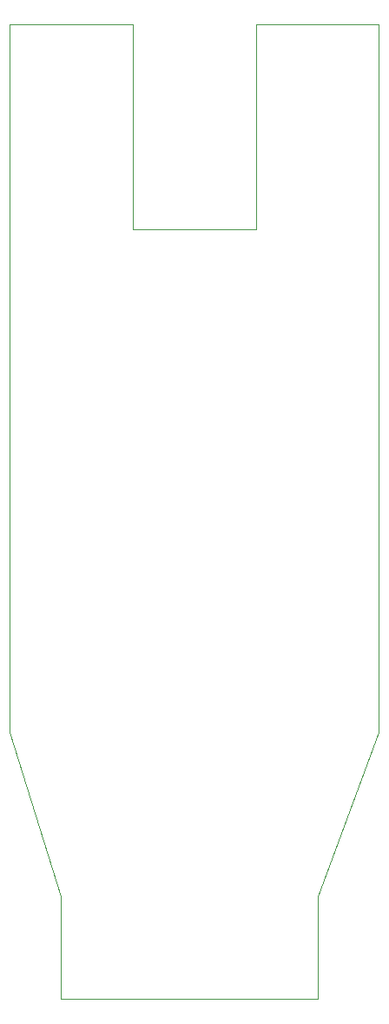
<source format=gbr>
%TF.GenerationSoftware,KiCad,Pcbnew,8.0.8*%
%TF.CreationDate,2025-02-10T09:30:08-08:00*%
%TF.ProjectId,pLUFsPCB,704c5546-7350-4434-922e-6b696361645f,1*%
%TF.SameCoordinates,Original*%
%TF.FileFunction,Profile,NP*%
%FSLAX46Y46*%
G04 Gerber Fmt 4.6, Leading zero omitted, Abs format (unit mm)*
G04 Created by KiCad (PCBNEW 8.0.8) date 2025-02-10 09:30:08*
%MOMM*%
%LPD*%
G01*
G04 APERTURE LIST*
%TA.AperFunction,Profile*%
%ADD10C,0.100000*%
%TD*%
G04 APERTURE END LIST*
D10*
X157000000Y-55000000D02*
X169000000Y-55000000D01*
X169000000Y-35000000D01*
X181000000Y-35000000D01*
X181000000Y-104000000D01*
X175000000Y-120000000D01*
X175000000Y-130000000D01*
X150000000Y-130000000D01*
X150000000Y-120000000D01*
X145000000Y-104000000D01*
X145000000Y-35000000D01*
X157000000Y-35000000D01*
X157000000Y-55000000D01*
M02*

</source>
